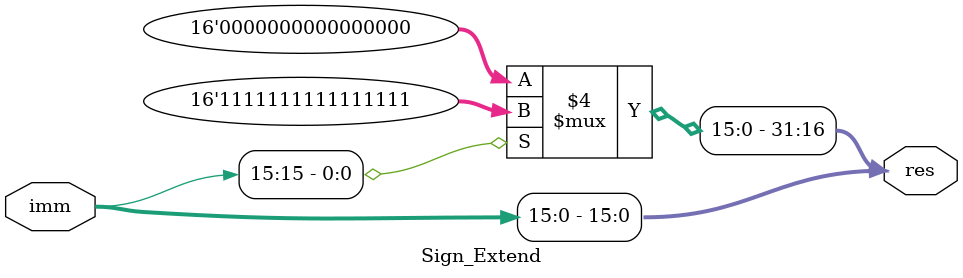
<source format=v>
`timescale 1ns / 1ps

module Sign_Extend(
    input [15:0] imm,
    output reg [31:0] res
);
always @(imm)
begin
    if(imm[15] == 1'b0) res[31:16] = 16'h0000;
    else res[31:16] = 16'hFFFF;
    
    res[15:0] <= imm;
end
endmodule

</source>
